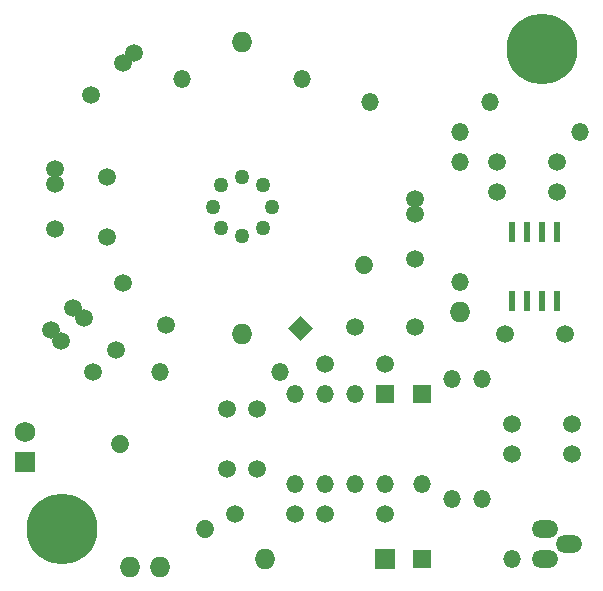
<source format=gts>
G04 (created by PCBNEW (22-Jun-2014 BZR 4027)-stable) date Tue 23 Jan 2018 05:46:58 AM CST*
%MOIN*%
G04 Gerber Fmt 3.4, Leading zero omitted, Abs format*
%FSLAX34Y34*%
G01*
G70*
G90*
G04 APERTURE LIST*
%ADD10C,0.00590551*%
%ADD11O,0.0885X0.059*%
%ADD12O,0.059X0.059*%
%ADD13C,0.059*%
%ADD14C,0.05*%
%ADD15R,0.059X0.059*%
%ADD16O,0.069X0.069*%
%ADD17C,0.23622*%
%ADD18C,0.059*%
%ADD19R,0.069X0.069*%
%ADD20C,0.069*%
%ADD21R,0.019X0.07*%
G04 APERTURE END LIST*
G54D10*
G54D11*
X95852Y-43250D03*
X96647Y-43750D03*
X95852Y-44250D03*
G54D12*
X92750Y-38250D03*
X92750Y-42250D03*
X93750Y-42250D03*
X93750Y-38250D03*
X83000Y-38000D03*
X87000Y-38000D03*
X83750Y-28250D03*
X87750Y-28250D03*
G54D13*
X84500Y-43250D02*
X84500Y-43250D01*
X81671Y-40421D02*
X81671Y-40421D01*
G54D14*
X85042Y-31792D03*
X86457Y-31792D03*
X86739Y-32500D03*
X85750Y-31510D03*
X86457Y-33207D03*
X85750Y-33489D03*
X85042Y-33207D03*
X84760Y-32500D03*
G54D15*
X90500Y-38750D03*
G54D12*
X89500Y-38750D03*
X88500Y-38750D03*
X87500Y-38750D03*
X87500Y-41750D03*
X88500Y-41750D03*
X90500Y-41750D03*
X89500Y-41750D03*
G54D16*
X83000Y-44500D03*
X82000Y-44500D03*
G54D17*
X95750Y-27250D03*
G54D18*
X94750Y-40750D03*
X96750Y-40750D03*
X91500Y-36500D03*
X89500Y-36500D03*
X85250Y-41250D03*
X85250Y-39250D03*
X86250Y-41250D03*
X86250Y-39250D03*
X88500Y-42750D03*
X90500Y-42750D03*
X81792Y-35042D03*
X83207Y-36457D03*
X81250Y-31500D03*
X81250Y-33500D03*
X96750Y-39750D03*
X94750Y-39750D03*
X90500Y-37750D03*
X88500Y-37750D03*
X87500Y-42750D03*
X85500Y-42750D03*
G54D16*
X85750Y-36750D03*
G54D19*
X90500Y-44250D03*
G54D16*
X86500Y-44250D03*
G54D15*
X91750Y-38750D03*
G54D12*
X91750Y-41750D03*
G54D10*
G36*
X87689Y-36143D02*
X88106Y-36560D01*
X87689Y-36977D01*
X87272Y-36560D01*
X87689Y-36143D01*
X87689Y-36143D01*
G37*
G54D13*
X89810Y-34439D02*
X89810Y-34439D01*
G54D15*
X91750Y-44250D03*
G54D12*
X94750Y-44250D03*
G54D18*
X82133Y-27366D03*
X80719Y-28780D03*
X81780Y-27719D03*
X79500Y-31250D03*
X79500Y-33250D03*
X79500Y-31750D03*
X91500Y-32250D03*
X91500Y-34250D03*
X91500Y-32750D03*
G54D19*
X78500Y-41000D03*
G54D20*
X78500Y-40000D03*
G54D17*
X79750Y-43250D03*
G54D16*
X85750Y-27000D03*
G54D21*
X96250Y-33350D03*
X95750Y-33350D03*
X95250Y-33350D03*
X94750Y-33350D03*
X94750Y-35650D03*
X95250Y-35650D03*
X95750Y-35650D03*
X96250Y-35650D03*
G54D12*
X90000Y-29000D03*
X94000Y-29000D03*
X97000Y-30000D03*
X93000Y-30000D03*
X93000Y-31000D03*
X93000Y-35000D03*
G54D18*
X94250Y-31000D03*
X96250Y-31000D03*
X96250Y-32000D03*
X94250Y-32000D03*
X96500Y-36750D03*
X94500Y-36750D03*
G54D16*
X93000Y-36000D03*
G54D18*
X80116Y-35866D03*
X81530Y-37280D03*
X80469Y-36219D03*
X79366Y-36616D03*
X80780Y-38030D03*
X79719Y-36969D03*
M02*

</source>
